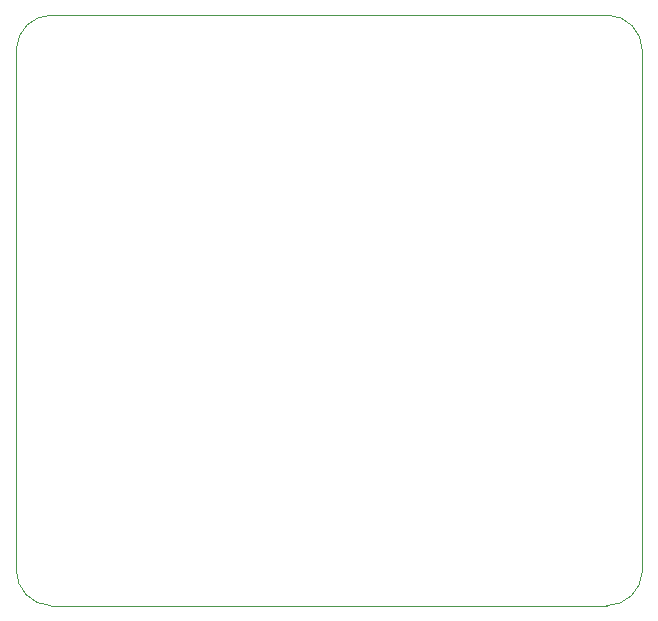
<source format=gm1>
%TF.GenerationSoftware,KiCad,Pcbnew,(6.0.1)*%
%TF.CreationDate,2023-06-09T19:02:12+03:00*%
%TF.ProjectId,Radioless Allstar Node,52616469-6f6c-4657-9373-20416c6c7374,rev?*%
%TF.SameCoordinates,PX5f5e100PY5f5e100*%
%TF.FileFunction,Profile,NP*%
%FSLAX46Y46*%
G04 Gerber Fmt 4.6, Leading zero omitted, Abs format (unit mm)*
G04 Created by KiCad (PCBNEW (6.0.1)) date 2023-06-09 19:02:12*
%MOMM*%
%LPD*%
G01*
G04 APERTURE LIST*
%TA.AperFunction,Profile*%
%ADD10C,0.100000*%
%TD*%
G04 APERTURE END LIST*
D10*
X50000000Y-1666D02*
G75*
G03*
X53000000Y2900000I0J3001666D01*
G01*
X53000000Y2900000D02*
X53001666Y47000000D01*
X2900000Y0D02*
X50000000Y-1666D01*
X53001666Y47000000D02*
G75*
G03*
X50100000Y50000000I-3001666J0D01*
G01*
X-1666Y3000000D02*
G75*
G03*
X2900000Y0I3001666J0D01*
G01*
X50100000Y50000000D02*
X3000000Y50001666D01*
X0Y47100000D02*
X-1666Y3000000D01*
X3000000Y50001666D02*
G75*
G03*
X0Y47100000I0J-3001666D01*
G01*
M02*

</source>
